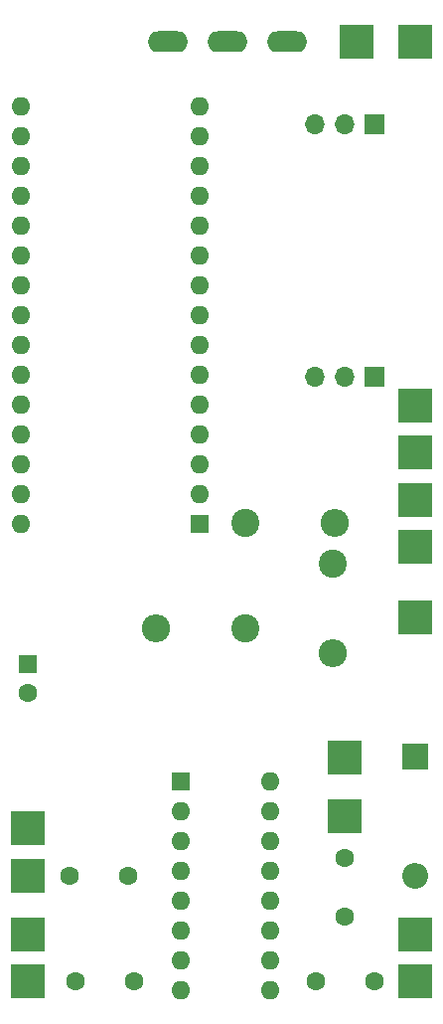
<source format=gbr>
%TF.GenerationSoftware,KiCad,Pcbnew,(6.0.4)*%
%TF.CreationDate,2024-09-07T16:12:38+01:00*%
%TF.ProjectId,pcb,7063622e-6b69-4636-9164-5f7063625858,rev?*%
%TF.SameCoordinates,Original*%
%TF.FileFunction,Soldermask,Top*%
%TF.FilePolarity,Negative*%
%FSLAX46Y46*%
G04 Gerber Fmt 4.6, Leading zero omitted, Abs format (unit mm)*
G04 Created by KiCad (PCBNEW (6.0.4)) date 2024-09-07 16:12:38*
%MOMM*%
%LPD*%
G01*
G04 APERTURE LIST*
%ADD10C,1.600000*%
%ADD11R,1.600000X1.600000*%
%ADD12R,2.200000X2.200000*%
%ADD13O,2.200000X2.200000*%
%ADD14C,2.400000*%
%ADD15O,2.400000X2.400000*%
%ADD16R,3.000000X3.000000*%
%ADD17O,1.600000X1.600000*%
%ADD18R,1.700000X1.700000*%
%ADD19O,1.700000X1.700000*%
%ADD20O,3.454400X1.778000*%
G04 APERTURE END LIST*
D10*
%TO.C,C*%
X223000000Y-124500000D03*
X223000000Y-129500000D03*
%TD*%
%TO.C,C*%
X225500000Y-135000000D03*
X220500000Y-135000000D03*
%TD*%
%TO.C,C*%
X205000000Y-135000000D03*
X200000000Y-135000000D03*
%TD*%
%TO.C,C*%
X204500000Y-126000000D03*
X199500000Y-126000000D03*
%TD*%
D11*
%TO.C,C1*%
X196000000Y-108000000D03*
D10*
X196000000Y-110500000D03*
%TD*%
D12*
%TO.C,D1*%
X229000000Y-115920000D03*
D13*
X229000000Y-126080000D03*
%TD*%
D14*
%TO.C,*%
X222000000Y-99490000D03*
D15*
X222000000Y-107110000D03*
%TD*%
D14*
%TO.C,*%
X214510000Y-105000000D03*
D15*
X206890000Y-105000000D03*
%TD*%
D14*
%TO.C,*%
X214490000Y-96000000D03*
D15*
X222110000Y-96000000D03*
%TD*%
D16*
%TO.C,*%
X229000000Y-94000000D03*
%TD*%
%TO.C,*%
X229000000Y-86000000D03*
%TD*%
%TO.C,*%
X229000000Y-90000000D03*
%TD*%
%TO.C,REF\u002A\u002A*%
X229000000Y-135000000D03*
%TD*%
%TO.C,REF\u002A\u002A*%
X196000000Y-135000000D03*
%TD*%
%TO.C,REF\u002A\u002A*%
X223000000Y-121000000D03*
%TD*%
%TO.C,REF\u002A\u002A*%
X196000000Y-126000000D03*
%TD*%
%TO.C,REF\u002A\u002A*%
X229000000Y-131000000D03*
%TD*%
%TO.C,REF\u002A\u002A*%
X223000000Y-116000000D03*
%TD*%
%TO.C,REF\u002A\u002A*%
X196000000Y-131000000D03*
%TD*%
%TO.C,REF\u002A\u002A*%
X196000000Y-122000000D03*
%TD*%
D11*
%TO.C,NANO*%
X210610000Y-96050000D03*
D17*
X210610000Y-93510000D03*
X210610000Y-90970000D03*
X210610000Y-88430000D03*
X210610000Y-85890000D03*
X210610000Y-83350000D03*
X210610000Y-80810000D03*
X210610000Y-78270000D03*
X210610000Y-75730000D03*
X210610000Y-73190000D03*
X210610000Y-70650000D03*
X210610000Y-68110000D03*
X210610000Y-65570000D03*
X210610000Y-63030000D03*
X210610000Y-60490000D03*
X195370000Y-60490000D03*
X195370000Y-63030000D03*
X195370000Y-65570000D03*
X195370000Y-68110000D03*
X195370000Y-70650000D03*
X195370000Y-73190000D03*
X195370000Y-75730000D03*
X195370000Y-78270000D03*
X195370000Y-80810000D03*
X195370000Y-83350000D03*
X195370000Y-85890000D03*
X195370000Y-88430000D03*
X195370000Y-90970000D03*
X195370000Y-93510000D03*
X195370000Y-96050000D03*
%TD*%
D16*
%TO.C,*%
X224000000Y-55000000D03*
%TD*%
D18*
%TO.C,Vcc\u002C Out\u002C Gnd*%
X225525000Y-62025000D03*
D19*
X222985000Y-62025000D03*
X220445000Y-62025000D03*
%TD*%
D16*
%TO.C,REF\u002A\u002A*%
X229000000Y-104000000D03*
%TD*%
D17*
%TO.C,ADG436*%
X216620000Y-118000000D03*
X216620000Y-120540000D03*
X216620000Y-123080000D03*
X216620000Y-125620000D03*
X216620000Y-128160000D03*
X216620000Y-130700000D03*
X216620000Y-133240000D03*
X216620000Y-135780000D03*
X209000000Y-135780000D03*
X209000000Y-133240000D03*
X209000000Y-130700000D03*
X209000000Y-128160000D03*
X209000000Y-125620000D03*
X209000000Y-123080000D03*
X209000000Y-120540000D03*
D11*
X209000000Y-118000000D03*
%TD*%
D16*
%TO.C,REF\u002A\u002A*%
X229000000Y-98000000D03*
%TD*%
D20*
%TO.C,REF\u002A\u002A*%
X218080000Y-55000000D03*
X213000000Y-55000000D03*
X207920000Y-55000000D03*
%TD*%
D18*
%TO.C,Midi In*%
X225525000Y-83525000D03*
D19*
X222985000Y-83525000D03*
X220445000Y-83525000D03*
%TD*%
D16*
%TO.C,*%
X229000000Y-55000000D03*
%TD*%
M02*

</source>
